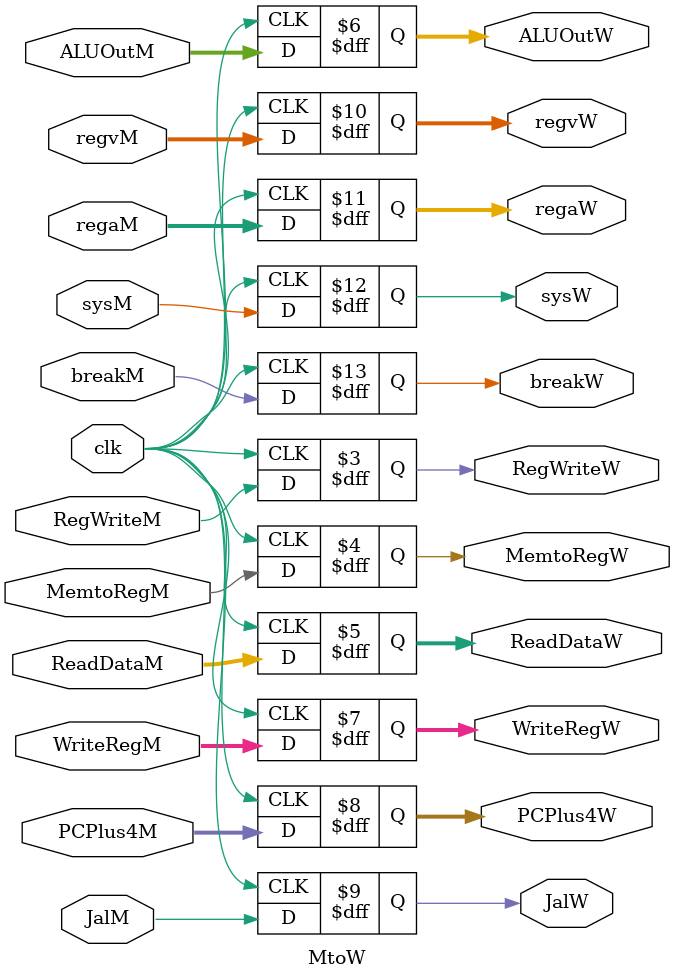
<source format=v>



module MtoW(clk, RegWriteM, MemtoRegM, ReadDataM, ALUOutM, WriteRegM, PCPlus4M, JalM, sysM, breakM, regvM, regaM, RegWriteW, MemtoRegW, ReadDataW, ALUOutW, WriteRegW, PCPlus4W, JalW, sysW, breakW, regvW, regaW); 

    input clk;
    input RegWriteM;
    input MemtoRegM;
    input [31:0] ReadDataM;
    input [31:0] ALUOutM;
    input [4:0] WriteRegM;
    input [31:0] PCPlus4M;
    input JalM;
    input [31:0] regvM;
    input [31:0] regaM;
    input sysM;
    input breakM;

    output reg RegWriteW;
    output reg MemtoRegW;
    output reg [31:0] ReadDataW;
    output reg [31:0] ALUOutW;
    output reg [4:0] WriteRegW;
    output reg [31:0] PCPlus4W;
    output reg JalW;
    output reg [31:0] regvW;
    output reg [31:0] regaW;
    output reg sysW;
    output reg breakW;

    // Initialize all outputs for the beginning.
    initial begin 
        RegWriteW = 0;
        MemtoRegW = 0;
        ReadDataW = 0;
        ALUOutW = 0;
        WriteRegW = 0;
        PCPlus4W = 0;
        JalW = 0;
		regvW = 0;
        regaW = 0;
        sysW = 0;
        breakW = 0;
    end 

    // For each posedge of clk, pass through the signals.
    always@(posedge clk)
    begin      
        RegWriteW <= RegWriteM;
        MemtoRegW <= MemtoRegM;
        ReadDataW <= ReadDataM;
        ALUOutW <= ALUOutM;
        WriteRegW <= WriteRegM;
        PCPlus4W <= PCPlus4M;
        JalW <= JalM;
		regvW <= regvM;
        regaW <= regaM;
        sysW <= sysM;
        breakW <= breakM;
    end

endmodule

</source>
